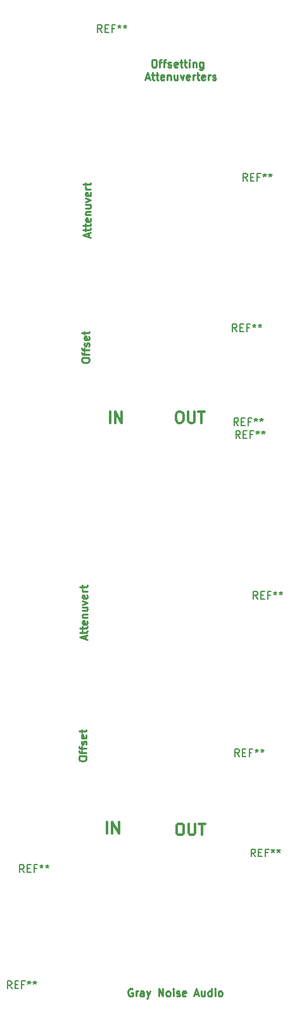
<source format=gbr>
G04 #@! TF.GenerationSoftware,KiCad,Pcbnew,5.1.7-1.fc31*
G04 #@! TF.CreationDate,2021-04-18T23:13:41-04:00*
G04 #@! TF.ProjectId,offsetAttenuverterface,6f666673-6574-4417-9474-656e75766572,rev?*
G04 #@! TF.SameCoordinates,Original*
G04 #@! TF.FileFunction,Legend,Top*
G04 #@! TF.FilePolarity,Positive*
%FSLAX46Y46*%
G04 Gerber Fmt 4.6, Leading zero omitted, Abs format (unit mm)*
G04 Created by KiCad (PCBNEW 5.1.7-1.fc31) date 2021-04-18 23:13:41*
%MOMM*%
%LPD*%
G01*
G04 APERTURE LIST*
%ADD10C,0.300000*%
%ADD11C,0.250000*%
%ADD12C,0.150000*%
G04 APERTURE END LIST*
D10*
X39140000Y-137164071D02*
X39425714Y-137164071D01*
X39568571Y-137235500D01*
X39711428Y-137378357D01*
X39782857Y-137664071D01*
X39782857Y-138164071D01*
X39711428Y-138449785D01*
X39568571Y-138592642D01*
X39425714Y-138664071D01*
X39140000Y-138664071D01*
X38997142Y-138592642D01*
X38854285Y-138449785D01*
X38782857Y-138164071D01*
X38782857Y-137664071D01*
X38854285Y-137378357D01*
X38997142Y-137235500D01*
X39140000Y-137164071D01*
X40425714Y-137164071D02*
X40425714Y-138378357D01*
X40497142Y-138521214D01*
X40568571Y-138592642D01*
X40711428Y-138664071D01*
X40997142Y-138664071D01*
X41140000Y-138592642D01*
X41211428Y-138521214D01*
X41282857Y-138378357D01*
X41282857Y-137164071D01*
X41782857Y-137164071D02*
X42640000Y-137164071D01*
X42211428Y-138664071D02*
X42211428Y-137164071D01*
X29503785Y-138473571D02*
X29503785Y-136973571D01*
X30218071Y-138473571D02*
X30218071Y-136973571D01*
X31075214Y-138473571D01*
X31075214Y-136973571D01*
X39076500Y-82236571D02*
X39362214Y-82236571D01*
X39505071Y-82308000D01*
X39647928Y-82450857D01*
X39719357Y-82736571D01*
X39719357Y-83236571D01*
X39647928Y-83522285D01*
X39505071Y-83665142D01*
X39362214Y-83736571D01*
X39076500Y-83736571D01*
X38933642Y-83665142D01*
X38790785Y-83522285D01*
X38719357Y-83236571D01*
X38719357Y-82736571D01*
X38790785Y-82450857D01*
X38933642Y-82308000D01*
X39076500Y-82236571D01*
X40362214Y-82236571D02*
X40362214Y-83450857D01*
X40433642Y-83593714D01*
X40505071Y-83665142D01*
X40647928Y-83736571D01*
X40933642Y-83736571D01*
X41076500Y-83665142D01*
X41147928Y-83593714D01*
X41219357Y-83450857D01*
X41219357Y-82236571D01*
X41719357Y-82236571D02*
X42576500Y-82236571D01*
X42147928Y-83736571D02*
X42147928Y-82236571D01*
X29884785Y-83736571D02*
X29884785Y-82236571D01*
X30599071Y-83736571D02*
X30599071Y-82236571D01*
X31456214Y-83736571D01*
X31456214Y-82236571D01*
D11*
X25741380Y-128531714D02*
X25741380Y-128341238D01*
X25789000Y-128246000D01*
X25884238Y-128150761D01*
X26074714Y-128103142D01*
X26408047Y-128103142D01*
X26598523Y-128150761D01*
X26693761Y-128246000D01*
X26741380Y-128341238D01*
X26741380Y-128531714D01*
X26693761Y-128626952D01*
X26598523Y-128722190D01*
X26408047Y-128769809D01*
X26074714Y-128769809D01*
X25884238Y-128722190D01*
X25789000Y-128626952D01*
X25741380Y-128531714D01*
X26074714Y-127817428D02*
X26074714Y-127436476D01*
X26741380Y-127674571D02*
X25884238Y-127674571D01*
X25789000Y-127626952D01*
X25741380Y-127531714D01*
X25741380Y-127436476D01*
X26074714Y-127246000D02*
X26074714Y-126865047D01*
X26741380Y-127103142D02*
X25884238Y-127103142D01*
X25789000Y-127055523D01*
X25741380Y-126960285D01*
X25741380Y-126865047D01*
X26693761Y-126579333D02*
X26741380Y-126484095D01*
X26741380Y-126293619D01*
X26693761Y-126198380D01*
X26598523Y-126150761D01*
X26550904Y-126150761D01*
X26455666Y-126198380D01*
X26408047Y-126293619D01*
X26408047Y-126436476D01*
X26360428Y-126531714D01*
X26265190Y-126579333D01*
X26217571Y-126579333D01*
X26122333Y-126531714D01*
X26074714Y-126436476D01*
X26074714Y-126293619D01*
X26122333Y-126198380D01*
X26693761Y-125341238D02*
X26741380Y-125436476D01*
X26741380Y-125626952D01*
X26693761Y-125722190D01*
X26598523Y-125769809D01*
X26217571Y-125769809D01*
X26122333Y-125722190D01*
X26074714Y-125626952D01*
X26074714Y-125436476D01*
X26122333Y-125341238D01*
X26217571Y-125293619D01*
X26312809Y-125293619D01*
X26408047Y-125769809D01*
X26074714Y-125007904D02*
X26074714Y-124626952D01*
X25741380Y-124865047D02*
X26598523Y-124865047D01*
X26693761Y-124817428D01*
X26741380Y-124722190D01*
X26741380Y-124626952D01*
X26122380Y-75445714D02*
X26122380Y-75255238D01*
X26170000Y-75160000D01*
X26265238Y-75064761D01*
X26455714Y-75017142D01*
X26789047Y-75017142D01*
X26979523Y-75064761D01*
X27074761Y-75160000D01*
X27122380Y-75255238D01*
X27122380Y-75445714D01*
X27074761Y-75540952D01*
X26979523Y-75636190D01*
X26789047Y-75683809D01*
X26455714Y-75683809D01*
X26265238Y-75636190D01*
X26170000Y-75540952D01*
X26122380Y-75445714D01*
X26455714Y-74731428D02*
X26455714Y-74350476D01*
X27122380Y-74588571D02*
X26265238Y-74588571D01*
X26170000Y-74540952D01*
X26122380Y-74445714D01*
X26122380Y-74350476D01*
X26455714Y-74160000D02*
X26455714Y-73779047D01*
X27122380Y-74017142D02*
X26265238Y-74017142D01*
X26170000Y-73969523D01*
X26122380Y-73874285D01*
X26122380Y-73779047D01*
X27074761Y-73493333D02*
X27122380Y-73398095D01*
X27122380Y-73207619D01*
X27074761Y-73112380D01*
X26979523Y-73064761D01*
X26931904Y-73064761D01*
X26836666Y-73112380D01*
X26789047Y-73207619D01*
X26789047Y-73350476D01*
X26741428Y-73445714D01*
X26646190Y-73493333D01*
X26598571Y-73493333D01*
X26503333Y-73445714D01*
X26455714Y-73350476D01*
X26455714Y-73207619D01*
X26503333Y-73112380D01*
X27074761Y-72255238D02*
X27122380Y-72350476D01*
X27122380Y-72540952D01*
X27074761Y-72636190D01*
X26979523Y-72683809D01*
X26598571Y-72683809D01*
X26503333Y-72636190D01*
X26455714Y-72540952D01*
X26455714Y-72350476D01*
X26503333Y-72255238D01*
X26598571Y-72207619D01*
X26693809Y-72207619D01*
X26789047Y-72683809D01*
X26455714Y-71921904D02*
X26455714Y-71540952D01*
X26122380Y-71779047D02*
X26979523Y-71779047D01*
X27074761Y-71731428D01*
X27122380Y-71636190D01*
X27122380Y-71540952D01*
X26582666Y-112577119D02*
X26582666Y-112100928D01*
X26868380Y-112672357D02*
X25868380Y-112339023D01*
X26868380Y-112005690D01*
X26201714Y-111815214D02*
X26201714Y-111434261D01*
X25868380Y-111672357D02*
X26725523Y-111672357D01*
X26820761Y-111624738D01*
X26868380Y-111529500D01*
X26868380Y-111434261D01*
X26201714Y-111243785D02*
X26201714Y-110862833D01*
X25868380Y-111100928D02*
X26725523Y-111100928D01*
X26820761Y-111053309D01*
X26868380Y-110958071D01*
X26868380Y-110862833D01*
X26820761Y-110148547D02*
X26868380Y-110243785D01*
X26868380Y-110434261D01*
X26820761Y-110529500D01*
X26725523Y-110577119D01*
X26344571Y-110577119D01*
X26249333Y-110529500D01*
X26201714Y-110434261D01*
X26201714Y-110243785D01*
X26249333Y-110148547D01*
X26344571Y-110100928D01*
X26439809Y-110100928D01*
X26535047Y-110577119D01*
X26201714Y-109672357D02*
X26868380Y-109672357D01*
X26296952Y-109672357D02*
X26249333Y-109624738D01*
X26201714Y-109529500D01*
X26201714Y-109386642D01*
X26249333Y-109291404D01*
X26344571Y-109243785D01*
X26868380Y-109243785D01*
X26201714Y-108339023D02*
X26868380Y-108339023D01*
X26201714Y-108767595D02*
X26725523Y-108767595D01*
X26820761Y-108719976D01*
X26868380Y-108624738D01*
X26868380Y-108481880D01*
X26820761Y-108386642D01*
X26773142Y-108339023D01*
X26201714Y-107958071D02*
X26868380Y-107719976D01*
X26201714Y-107481880D01*
X26820761Y-106719976D02*
X26868380Y-106815214D01*
X26868380Y-107005690D01*
X26820761Y-107100928D01*
X26725523Y-107148547D01*
X26344571Y-107148547D01*
X26249333Y-107100928D01*
X26201714Y-107005690D01*
X26201714Y-106815214D01*
X26249333Y-106719976D01*
X26344571Y-106672357D01*
X26439809Y-106672357D01*
X26535047Y-107148547D01*
X26868380Y-106243785D02*
X26201714Y-106243785D01*
X26392190Y-106243785D02*
X26296952Y-106196166D01*
X26249333Y-106148547D01*
X26201714Y-106053309D01*
X26201714Y-105958071D01*
X26201714Y-105767595D02*
X26201714Y-105386642D01*
X25868380Y-105624738D02*
X26725523Y-105624738D01*
X26820761Y-105577119D01*
X26868380Y-105481880D01*
X26868380Y-105386642D01*
X27027166Y-58919619D02*
X27027166Y-58443428D01*
X27312880Y-59014857D02*
X26312880Y-58681523D01*
X27312880Y-58348190D01*
X26646214Y-58157714D02*
X26646214Y-57776761D01*
X26312880Y-58014857D02*
X27170023Y-58014857D01*
X27265261Y-57967238D01*
X27312880Y-57872000D01*
X27312880Y-57776761D01*
X26646214Y-57586285D02*
X26646214Y-57205333D01*
X26312880Y-57443428D02*
X27170023Y-57443428D01*
X27265261Y-57395809D01*
X27312880Y-57300571D01*
X27312880Y-57205333D01*
X27265261Y-56491047D02*
X27312880Y-56586285D01*
X27312880Y-56776761D01*
X27265261Y-56872000D01*
X27170023Y-56919619D01*
X26789071Y-56919619D01*
X26693833Y-56872000D01*
X26646214Y-56776761D01*
X26646214Y-56586285D01*
X26693833Y-56491047D01*
X26789071Y-56443428D01*
X26884309Y-56443428D01*
X26979547Y-56919619D01*
X26646214Y-56014857D02*
X27312880Y-56014857D01*
X26741452Y-56014857D02*
X26693833Y-55967238D01*
X26646214Y-55872000D01*
X26646214Y-55729142D01*
X26693833Y-55633904D01*
X26789071Y-55586285D01*
X27312880Y-55586285D01*
X26646214Y-54681523D02*
X27312880Y-54681523D01*
X26646214Y-55110095D02*
X27170023Y-55110095D01*
X27265261Y-55062476D01*
X27312880Y-54967238D01*
X27312880Y-54824380D01*
X27265261Y-54729142D01*
X27217642Y-54681523D01*
X26646214Y-54300571D02*
X27312880Y-54062476D01*
X26646214Y-53824380D01*
X27265261Y-53062476D02*
X27312880Y-53157714D01*
X27312880Y-53348190D01*
X27265261Y-53443428D01*
X27170023Y-53491047D01*
X26789071Y-53491047D01*
X26693833Y-53443428D01*
X26646214Y-53348190D01*
X26646214Y-53157714D01*
X26693833Y-53062476D01*
X26789071Y-53014857D01*
X26884309Y-53014857D01*
X26979547Y-53491047D01*
X27312880Y-52586285D02*
X26646214Y-52586285D01*
X26836690Y-52586285D02*
X26741452Y-52538666D01*
X26693833Y-52491047D01*
X26646214Y-52395809D01*
X26646214Y-52300571D01*
X26646214Y-52110095D02*
X26646214Y-51729142D01*
X26312880Y-51967238D02*
X27170023Y-51967238D01*
X27265261Y-51919619D01*
X27312880Y-51824380D01*
X27312880Y-51729142D01*
X34679523Y-37758666D02*
X35155714Y-37758666D01*
X34584285Y-38044380D02*
X34917619Y-37044380D01*
X35250952Y-38044380D01*
X35441428Y-37377714D02*
X35822380Y-37377714D01*
X35584285Y-37044380D02*
X35584285Y-37901523D01*
X35631904Y-37996761D01*
X35727142Y-38044380D01*
X35822380Y-38044380D01*
X36012857Y-37377714D02*
X36393809Y-37377714D01*
X36155714Y-37044380D02*
X36155714Y-37901523D01*
X36203333Y-37996761D01*
X36298571Y-38044380D01*
X36393809Y-38044380D01*
X37108095Y-37996761D02*
X37012857Y-38044380D01*
X36822380Y-38044380D01*
X36727142Y-37996761D01*
X36679523Y-37901523D01*
X36679523Y-37520571D01*
X36727142Y-37425333D01*
X36822380Y-37377714D01*
X37012857Y-37377714D01*
X37108095Y-37425333D01*
X37155714Y-37520571D01*
X37155714Y-37615809D01*
X36679523Y-37711047D01*
X37584285Y-37377714D02*
X37584285Y-38044380D01*
X37584285Y-37472952D02*
X37631904Y-37425333D01*
X37727142Y-37377714D01*
X37870000Y-37377714D01*
X37965238Y-37425333D01*
X38012857Y-37520571D01*
X38012857Y-38044380D01*
X38917619Y-37377714D02*
X38917619Y-38044380D01*
X38489047Y-37377714D02*
X38489047Y-37901523D01*
X38536666Y-37996761D01*
X38631904Y-38044380D01*
X38774761Y-38044380D01*
X38870000Y-37996761D01*
X38917619Y-37949142D01*
X39298571Y-37377714D02*
X39536666Y-38044380D01*
X39774761Y-37377714D01*
X40536666Y-37996761D02*
X40441428Y-38044380D01*
X40250952Y-38044380D01*
X40155714Y-37996761D01*
X40108095Y-37901523D01*
X40108095Y-37520571D01*
X40155714Y-37425333D01*
X40250952Y-37377714D01*
X40441428Y-37377714D01*
X40536666Y-37425333D01*
X40584285Y-37520571D01*
X40584285Y-37615809D01*
X40108095Y-37711047D01*
X41012857Y-38044380D02*
X41012857Y-37377714D01*
X41012857Y-37568190D02*
X41060476Y-37472952D01*
X41108095Y-37425333D01*
X41203333Y-37377714D01*
X41298571Y-37377714D01*
X41489047Y-37377714D02*
X41870000Y-37377714D01*
X41631904Y-37044380D02*
X41631904Y-37901523D01*
X41679523Y-37996761D01*
X41774761Y-38044380D01*
X41870000Y-38044380D01*
X42584285Y-37996761D02*
X42489047Y-38044380D01*
X42298571Y-38044380D01*
X42203333Y-37996761D01*
X42155714Y-37901523D01*
X42155714Y-37520571D01*
X42203333Y-37425333D01*
X42298571Y-37377714D01*
X42489047Y-37377714D01*
X42584285Y-37425333D01*
X42631904Y-37520571D01*
X42631904Y-37615809D01*
X42155714Y-37711047D01*
X43060476Y-38044380D02*
X43060476Y-37377714D01*
X43060476Y-37568190D02*
X43108095Y-37472952D01*
X43155714Y-37425333D01*
X43250952Y-37377714D01*
X43346190Y-37377714D01*
X43631904Y-37996761D02*
X43727142Y-38044380D01*
X43917619Y-38044380D01*
X44012857Y-37996761D01*
X44060476Y-37901523D01*
X44060476Y-37853904D01*
X44012857Y-37758666D01*
X43917619Y-37711047D01*
X43774761Y-37711047D01*
X43679523Y-37663428D01*
X43631904Y-37568190D01*
X43631904Y-37520571D01*
X43679523Y-37425333D01*
X43774761Y-37377714D01*
X43917619Y-37377714D01*
X44012857Y-37425333D01*
X35711214Y-35329880D02*
X35901690Y-35329880D01*
X35996928Y-35377500D01*
X36092166Y-35472738D01*
X36139785Y-35663214D01*
X36139785Y-35996547D01*
X36092166Y-36187023D01*
X35996928Y-36282261D01*
X35901690Y-36329880D01*
X35711214Y-36329880D01*
X35615976Y-36282261D01*
X35520738Y-36187023D01*
X35473119Y-35996547D01*
X35473119Y-35663214D01*
X35520738Y-35472738D01*
X35615976Y-35377500D01*
X35711214Y-35329880D01*
X36425500Y-35663214D02*
X36806452Y-35663214D01*
X36568357Y-36329880D02*
X36568357Y-35472738D01*
X36615976Y-35377500D01*
X36711214Y-35329880D01*
X36806452Y-35329880D01*
X36996928Y-35663214D02*
X37377880Y-35663214D01*
X37139785Y-36329880D02*
X37139785Y-35472738D01*
X37187404Y-35377500D01*
X37282642Y-35329880D01*
X37377880Y-35329880D01*
X37663595Y-36282261D02*
X37758833Y-36329880D01*
X37949309Y-36329880D01*
X38044547Y-36282261D01*
X38092166Y-36187023D01*
X38092166Y-36139404D01*
X38044547Y-36044166D01*
X37949309Y-35996547D01*
X37806452Y-35996547D01*
X37711214Y-35948928D01*
X37663595Y-35853690D01*
X37663595Y-35806071D01*
X37711214Y-35710833D01*
X37806452Y-35663214D01*
X37949309Y-35663214D01*
X38044547Y-35710833D01*
X38901690Y-36282261D02*
X38806452Y-36329880D01*
X38615976Y-36329880D01*
X38520738Y-36282261D01*
X38473119Y-36187023D01*
X38473119Y-35806071D01*
X38520738Y-35710833D01*
X38615976Y-35663214D01*
X38806452Y-35663214D01*
X38901690Y-35710833D01*
X38949309Y-35806071D01*
X38949309Y-35901309D01*
X38473119Y-35996547D01*
X39235023Y-35663214D02*
X39615976Y-35663214D01*
X39377880Y-35329880D02*
X39377880Y-36187023D01*
X39425500Y-36282261D01*
X39520738Y-36329880D01*
X39615976Y-36329880D01*
X39806452Y-35663214D02*
X40187404Y-35663214D01*
X39949309Y-35329880D02*
X39949309Y-36187023D01*
X39996928Y-36282261D01*
X40092166Y-36329880D01*
X40187404Y-36329880D01*
X40520738Y-36329880D02*
X40520738Y-35663214D01*
X40520738Y-35329880D02*
X40473119Y-35377500D01*
X40520738Y-35425119D01*
X40568357Y-35377500D01*
X40520738Y-35329880D01*
X40520738Y-35425119D01*
X40996928Y-35663214D02*
X40996928Y-36329880D01*
X40996928Y-35758452D02*
X41044547Y-35710833D01*
X41139785Y-35663214D01*
X41282642Y-35663214D01*
X41377880Y-35710833D01*
X41425500Y-35806071D01*
X41425500Y-36329880D01*
X42330261Y-35663214D02*
X42330261Y-36472738D01*
X42282642Y-36567976D01*
X42235023Y-36615595D01*
X42139785Y-36663214D01*
X41996928Y-36663214D01*
X41901690Y-36615595D01*
X42330261Y-36282261D02*
X42235023Y-36329880D01*
X42044547Y-36329880D01*
X41949309Y-36282261D01*
X41901690Y-36234642D01*
X41854071Y-36139404D01*
X41854071Y-35853690D01*
X41901690Y-35758452D01*
X41949309Y-35710833D01*
X42044547Y-35663214D01*
X42235023Y-35663214D01*
X42330261Y-35710833D01*
X32893714Y-159202500D02*
X32798476Y-159154880D01*
X32655619Y-159154880D01*
X32512761Y-159202500D01*
X32417523Y-159297738D01*
X32369904Y-159392976D01*
X32322285Y-159583452D01*
X32322285Y-159726309D01*
X32369904Y-159916785D01*
X32417523Y-160012023D01*
X32512761Y-160107261D01*
X32655619Y-160154880D01*
X32750857Y-160154880D01*
X32893714Y-160107261D01*
X32941333Y-160059642D01*
X32941333Y-159726309D01*
X32750857Y-159726309D01*
X33369904Y-160154880D02*
X33369904Y-159488214D01*
X33369904Y-159678690D02*
X33417523Y-159583452D01*
X33465142Y-159535833D01*
X33560380Y-159488214D01*
X33655619Y-159488214D01*
X34417523Y-160154880D02*
X34417523Y-159631071D01*
X34369904Y-159535833D01*
X34274666Y-159488214D01*
X34084190Y-159488214D01*
X33988952Y-159535833D01*
X34417523Y-160107261D02*
X34322285Y-160154880D01*
X34084190Y-160154880D01*
X33988952Y-160107261D01*
X33941333Y-160012023D01*
X33941333Y-159916785D01*
X33988952Y-159821547D01*
X34084190Y-159773928D01*
X34322285Y-159773928D01*
X34417523Y-159726309D01*
X34798476Y-159488214D02*
X35036571Y-160154880D01*
X35274666Y-159488214D02*
X35036571Y-160154880D01*
X34941333Y-160392976D01*
X34893714Y-160440595D01*
X34798476Y-160488214D01*
X36417523Y-160154880D02*
X36417523Y-159154880D01*
X36988952Y-160154880D01*
X36988952Y-159154880D01*
X37608000Y-160154880D02*
X37512761Y-160107261D01*
X37465142Y-160059642D01*
X37417523Y-159964404D01*
X37417523Y-159678690D01*
X37465142Y-159583452D01*
X37512761Y-159535833D01*
X37608000Y-159488214D01*
X37750857Y-159488214D01*
X37846095Y-159535833D01*
X37893714Y-159583452D01*
X37941333Y-159678690D01*
X37941333Y-159964404D01*
X37893714Y-160059642D01*
X37846095Y-160107261D01*
X37750857Y-160154880D01*
X37608000Y-160154880D01*
X38369904Y-160154880D02*
X38369904Y-159488214D01*
X38369904Y-159154880D02*
X38322285Y-159202500D01*
X38369904Y-159250119D01*
X38417523Y-159202500D01*
X38369904Y-159154880D01*
X38369904Y-159250119D01*
X38798476Y-160107261D02*
X38893714Y-160154880D01*
X39084190Y-160154880D01*
X39179428Y-160107261D01*
X39227047Y-160012023D01*
X39227047Y-159964404D01*
X39179428Y-159869166D01*
X39084190Y-159821547D01*
X38941333Y-159821547D01*
X38846095Y-159773928D01*
X38798476Y-159678690D01*
X38798476Y-159631071D01*
X38846095Y-159535833D01*
X38941333Y-159488214D01*
X39084190Y-159488214D01*
X39179428Y-159535833D01*
X40036571Y-160107261D02*
X39941333Y-160154880D01*
X39750857Y-160154880D01*
X39655619Y-160107261D01*
X39608000Y-160012023D01*
X39608000Y-159631071D01*
X39655619Y-159535833D01*
X39750857Y-159488214D01*
X39941333Y-159488214D01*
X40036571Y-159535833D01*
X40084190Y-159631071D01*
X40084190Y-159726309D01*
X39608000Y-159821547D01*
X41227047Y-159869166D02*
X41703238Y-159869166D01*
X41131809Y-160154880D02*
X41465142Y-159154880D01*
X41798476Y-160154880D01*
X42560380Y-159488214D02*
X42560380Y-160154880D01*
X42131809Y-159488214D02*
X42131809Y-160012023D01*
X42179428Y-160107261D01*
X42274666Y-160154880D01*
X42417523Y-160154880D01*
X42512761Y-160107261D01*
X42560380Y-160059642D01*
X43465142Y-160154880D02*
X43465142Y-159154880D01*
X43465142Y-160107261D02*
X43369904Y-160154880D01*
X43179428Y-160154880D01*
X43084190Y-160107261D01*
X43036571Y-160059642D01*
X42988952Y-159964404D01*
X42988952Y-159678690D01*
X43036571Y-159583452D01*
X43084190Y-159535833D01*
X43179428Y-159488214D01*
X43369904Y-159488214D01*
X43465142Y-159535833D01*
X43941333Y-160154880D02*
X43941333Y-159488214D01*
X43941333Y-159154880D02*
X43893714Y-159202500D01*
X43941333Y-159250119D01*
X43988952Y-159202500D01*
X43941333Y-159154880D01*
X43941333Y-159250119D01*
X44560380Y-160154880D02*
X44465142Y-160107261D01*
X44417523Y-160059642D01*
X44369904Y-159964404D01*
X44369904Y-159678690D01*
X44417523Y-159583452D01*
X44465142Y-159535833D01*
X44560380Y-159488214D01*
X44703238Y-159488214D01*
X44798476Y-159535833D01*
X44846095Y-159583452D01*
X44893714Y-159678690D01*
X44893714Y-159964404D01*
X44846095Y-160059642D01*
X44798476Y-160107261D01*
X44703238Y-160154880D01*
X44560380Y-160154880D01*
G04 #@! TO.C,REF\u002A\u002A*
D12*
X48260166Y-51506380D02*
X47926833Y-51030190D01*
X47688738Y-51506380D02*
X47688738Y-50506380D01*
X48069690Y-50506380D01*
X48164928Y-50554000D01*
X48212547Y-50601619D01*
X48260166Y-50696857D01*
X48260166Y-50839714D01*
X48212547Y-50934952D01*
X48164928Y-50982571D01*
X48069690Y-51030190D01*
X47688738Y-51030190D01*
X48688738Y-50982571D02*
X49022071Y-50982571D01*
X49164928Y-51506380D02*
X48688738Y-51506380D01*
X48688738Y-50506380D01*
X49164928Y-50506380D01*
X49926833Y-50982571D02*
X49593500Y-50982571D01*
X49593500Y-51506380D02*
X49593500Y-50506380D01*
X50069690Y-50506380D01*
X50593500Y-50506380D02*
X50593500Y-50744476D01*
X50355404Y-50649238D02*
X50593500Y-50744476D01*
X50831595Y-50649238D01*
X50450642Y-50934952D02*
X50593500Y-50744476D01*
X50736357Y-50934952D01*
X51355404Y-50506380D02*
X51355404Y-50744476D01*
X51117309Y-50649238D02*
X51355404Y-50744476D01*
X51593500Y-50649238D01*
X51212547Y-50934952D02*
X51355404Y-50744476D01*
X51498261Y-50934952D01*
X46863166Y-71572380D02*
X46529833Y-71096190D01*
X46291738Y-71572380D02*
X46291738Y-70572380D01*
X46672690Y-70572380D01*
X46767928Y-70620000D01*
X46815547Y-70667619D01*
X46863166Y-70762857D01*
X46863166Y-70905714D01*
X46815547Y-71000952D01*
X46767928Y-71048571D01*
X46672690Y-71096190D01*
X46291738Y-71096190D01*
X47291738Y-71048571D02*
X47625071Y-71048571D01*
X47767928Y-71572380D02*
X47291738Y-71572380D01*
X47291738Y-70572380D01*
X47767928Y-70572380D01*
X48529833Y-71048571D02*
X48196500Y-71048571D01*
X48196500Y-71572380D02*
X48196500Y-70572380D01*
X48672690Y-70572380D01*
X49196500Y-70572380D02*
X49196500Y-70810476D01*
X48958404Y-70715238D02*
X49196500Y-70810476D01*
X49434595Y-70715238D01*
X49053642Y-71000952D02*
X49196500Y-70810476D01*
X49339357Y-71000952D01*
X49958404Y-70572380D02*
X49958404Y-70810476D01*
X49720309Y-70715238D02*
X49958404Y-70810476D01*
X50196500Y-70715238D01*
X49815547Y-71000952D02*
X49958404Y-70810476D01*
X50101261Y-71000952D01*
X49657166Y-107195880D02*
X49323833Y-106719690D01*
X49085738Y-107195880D02*
X49085738Y-106195880D01*
X49466690Y-106195880D01*
X49561928Y-106243500D01*
X49609547Y-106291119D01*
X49657166Y-106386357D01*
X49657166Y-106529214D01*
X49609547Y-106624452D01*
X49561928Y-106672071D01*
X49466690Y-106719690D01*
X49085738Y-106719690D01*
X50085738Y-106672071D02*
X50419071Y-106672071D01*
X50561928Y-107195880D02*
X50085738Y-107195880D01*
X50085738Y-106195880D01*
X50561928Y-106195880D01*
X51323833Y-106672071D02*
X50990500Y-106672071D01*
X50990500Y-107195880D02*
X50990500Y-106195880D01*
X51466690Y-106195880D01*
X51990500Y-106195880D02*
X51990500Y-106433976D01*
X51752404Y-106338738D02*
X51990500Y-106433976D01*
X52228595Y-106338738D01*
X51847642Y-106624452D02*
X51990500Y-106433976D01*
X52133357Y-106624452D01*
X52752404Y-106195880D02*
X52752404Y-106433976D01*
X52514309Y-106338738D02*
X52752404Y-106433976D01*
X52990500Y-106338738D01*
X52609547Y-106624452D02*
X52752404Y-106433976D01*
X52895261Y-106624452D01*
X47180666Y-128214380D02*
X46847333Y-127738190D01*
X46609238Y-128214380D02*
X46609238Y-127214380D01*
X46990190Y-127214380D01*
X47085428Y-127262000D01*
X47133047Y-127309619D01*
X47180666Y-127404857D01*
X47180666Y-127547714D01*
X47133047Y-127642952D01*
X47085428Y-127690571D01*
X46990190Y-127738190D01*
X46609238Y-127738190D01*
X47609238Y-127690571D02*
X47942571Y-127690571D01*
X48085428Y-128214380D02*
X47609238Y-128214380D01*
X47609238Y-127214380D01*
X48085428Y-127214380D01*
X48847333Y-127690571D02*
X48514000Y-127690571D01*
X48514000Y-128214380D02*
X48514000Y-127214380D01*
X48990190Y-127214380D01*
X49514000Y-127214380D02*
X49514000Y-127452476D01*
X49275904Y-127357238D02*
X49514000Y-127452476D01*
X49752095Y-127357238D01*
X49371142Y-127642952D02*
X49514000Y-127452476D01*
X49656857Y-127642952D01*
X50275904Y-127214380D02*
X50275904Y-127452476D01*
X50037809Y-127357238D02*
X50275904Y-127452476D01*
X50514000Y-127357238D01*
X50133047Y-127642952D02*
X50275904Y-127452476D01*
X50418761Y-127642952D01*
X47307666Y-85796380D02*
X46974333Y-85320190D01*
X46736238Y-85796380D02*
X46736238Y-84796380D01*
X47117190Y-84796380D01*
X47212428Y-84844000D01*
X47260047Y-84891619D01*
X47307666Y-84986857D01*
X47307666Y-85129714D01*
X47260047Y-85224952D01*
X47212428Y-85272571D01*
X47117190Y-85320190D01*
X46736238Y-85320190D01*
X47736238Y-85272571D02*
X48069571Y-85272571D01*
X48212428Y-85796380D02*
X47736238Y-85796380D01*
X47736238Y-84796380D01*
X48212428Y-84796380D01*
X48974333Y-85272571D02*
X48641000Y-85272571D01*
X48641000Y-85796380D02*
X48641000Y-84796380D01*
X49117190Y-84796380D01*
X49641000Y-84796380D02*
X49641000Y-85034476D01*
X49402904Y-84939238D02*
X49641000Y-85034476D01*
X49879095Y-84939238D01*
X49498142Y-85224952D02*
X49641000Y-85034476D01*
X49783857Y-85224952D01*
X50402904Y-84796380D02*
X50402904Y-85034476D01*
X50164809Y-84939238D02*
X50402904Y-85034476D01*
X50641000Y-84939238D01*
X50260047Y-85224952D02*
X50402904Y-85034476D01*
X50545761Y-85224952D01*
X47053666Y-84081880D02*
X46720333Y-83605690D01*
X46482238Y-84081880D02*
X46482238Y-83081880D01*
X46863190Y-83081880D01*
X46958428Y-83129500D01*
X47006047Y-83177119D01*
X47053666Y-83272357D01*
X47053666Y-83415214D01*
X47006047Y-83510452D01*
X46958428Y-83558071D01*
X46863190Y-83605690D01*
X46482238Y-83605690D01*
X47482238Y-83558071D02*
X47815571Y-83558071D01*
X47958428Y-84081880D02*
X47482238Y-84081880D01*
X47482238Y-83081880D01*
X47958428Y-83081880D01*
X48720333Y-83558071D02*
X48387000Y-83558071D01*
X48387000Y-84081880D02*
X48387000Y-83081880D01*
X48863190Y-83081880D01*
X49387000Y-83081880D02*
X49387000Y-83319976D01*
X49148904Y-83224738D02*
X49387000Y-83319976D01*
X49625095Y-83224738D01*
X49244142Y-83510452D02*
X49387000Y-83319976D01*
X49529857Y-83510452D01*
X50148904Y-83081880D02*
X50148904Y-83319976D01*
X49910809Y-83224738D02*
X50148904Y-83319976D01*
X50387000Y-83224738D01*
X50006047Y-83510452D02*
X50148904Y-83319976D01*
X50291761Y-83510452D01*
X49339666Y-141549380D02*
X49006333Y-141073190D01*
X48768238Y-141549380D02*
X48768238Y-140549380D01*
X49149190Y-140549380D01*
X49244428Y-140597000D01*
X49292047Y-140644619D01*
X49339666Y-140739857D01*
X49339666Y-140882714D01*
X49292047Y-140977952D01*
X49244428Y-141025571D01*
X49149190Y-141073190D01*
X48768238Y-141073190D01*
X49768238Y-141025571D02*
X50101571Y-141025571D01*
X50244428Y-141549380D02*
X49768238Y-141549380D01*
X49768238Y-140549380D01*
X50244428Y-140549380D01*
X51006333Y-141025571D02*
X50673000Y-141025571D01*
X50673000Y-141549380D02*
X50673000Y-140549380D01*
X51149190Y-140549380D01*
X51673000Y-140549380D02*
X51673000Y-140787476D01*
X51434904Y-140692238D02*
X51673000Y-140787476D01*
X51911095Y-140692238D01*
X51530142Y-140977952D02*
X51673000Y-140787476D01*
X51815857Y-140977952D01*
X52434904Y-140549380D02*
X52434904Y-140787476D01*
X52196809Y-140692238D02*
X52434904Y-140787476D01*
X52673000Y-140692238D01*
X52292047Y-140977952D02*
X52434904Y-140787476D01*
X52577761Y-140977952D01*
X18415166Y-143644880D02*
X18081833Y-143168690D01*
X17843738Y-143644880D02*
X17843738Y-142644880D01*
X18224690Y-142644880D01*
X18319928Y-142692500D01*
X18367547Y-142740119D01*
X18415166Y-142835357D01*
X18415166Y-142978214D01*
X18367547Y-143073452D01*
X18319928Y-143121071D01*
X18224690Y-143168690D01*
X17843738Y-143168690D01*
X18843738Y-143121071D02*
X19177071Y-143121071D01*
X19319928Y-143644880D02*
X18843738Y-143644880D01*
X18843738Y-142644880D01*
X19319928Y-142644880D01*
X20081833Y-143121071D02*
X19748500Y-143121071D01*
X19748500Y-143644880D02*
X19748500Y-142644880D01*
X20224690Y-142644880D01*
X20748500Y-142644880D02*
X20748500Y-142882976D01*
X20510404Y-142787738D02*
X20748500Y-142882976D01*
X20986595Y-142787738D01*
X20605642Y-143073452D02*
X20748500Y-142882976D01*
X20891357Y-143073452D01*
X21510404Y-142644880D02*
X21510404Y-142882976D01*
X21272309Y-142787738D02*
X21510404Y-142882976D01*
X21748500Y-142787738D01*
X21367547Y-143073452D02*
X21510404Y-142882976D01*
X21653261Y-143073452D01*
X28829166Y-31694380D02*
X28495833Y-31218190D01*
X28257738Y-31694380D02*
X28257738Y-30694380D01*
X28638690Y-30694380D01*
X28733928Y-30742000D01*
X28781547Y-30789619D01*
X28829166Y-30884857D01*
X28829166Y-31027714D01*
X28781547Y-31122952D01*
X28733928Y-31170571D01*
X28638690Y-31218190D01*
X28257738Y-31218190D01*
X29257738Y-31170571D02*
X29591071Y-31170571D01*
X29733928Y-31694380D02*
X29257738Y-31694380D01*
X29257738Y-30694380D01*
X29733928Y-30694380D01*
X30495833Y-31170571D02*
X30162500Y-31170571D01*
X30162500Y-31694380D02*
X30162500Y-30694380D01*
X30638690Y-30694380D01*
X31162500Y-30694380D02*
X31162500Y-30932476D01*
X30924404Y-30837238D02*
X31162500Y-30932476D01*
X31400595Y-30837238D01*
X31019642Y-31122952D02*
X31162500Y-30932476D01*
X31305357Y-31122952D01*
X31924404Y-30694380D02*
X31924404Y-30932476D01*
X31686309Y-30837238D02*
X31924404Y-30932476D01*
X32162500Y-30837238D01*
X31781547Y-31122952D02*
X31924404Y-30932476D01*
X32067261Y-31122952D01*
X16764166Y-159138880D02*
X16430833Y-158662690D01*
X16192738Y-159138880D02*
X16192738Y-158138880D01*
X16573690Y-158138880D01*
X16668928Y-158186500D01*
X16716547Y-158234119D01*
X16764166Y-158329357D01*
X16764166Y-158472214D01*
X16716547Y-158567452D01*
X16668928Y-158615071D01*
X16573690Y-158662690D01*
X16192738Y-158662690D01*
X17192738Y-158615071D02*
X17526071Y-158615071D01*
X17668928Y-159138880D02*
X17192738Y-159138880D01*
X17192738Y-158138880D01*
X17668928Y-158138880D01*
X18430833Y-158615071D02*
X18097500Y-158615071D01*
X18097500Y-159138880D02*
X18097500Y-158138880D01*
X18573690Y-158138880D01*
X19097500Y-158138880D02*
X19097500Y-158376976D01*
X18859404Y-158281738D02*
X19097500Y-158376976D01*
X19335595Y-158281738D01*
X18954642Y-158567452D02*
X19097500Y-158376976D01*
X19240357Y-158567452D01*
X19859404Y-158138880D02*
X19859404Y-158376976D01*
X19621309Y-158281738D02*
X19859404Y-158376976D01*
X20097500Y-158281738D01*
X19716547Y-158567452D02*
X19859404Y-158376976D01*
X20002261Y-158567452D01*
G04 #@! TD*
M02*

</source>
